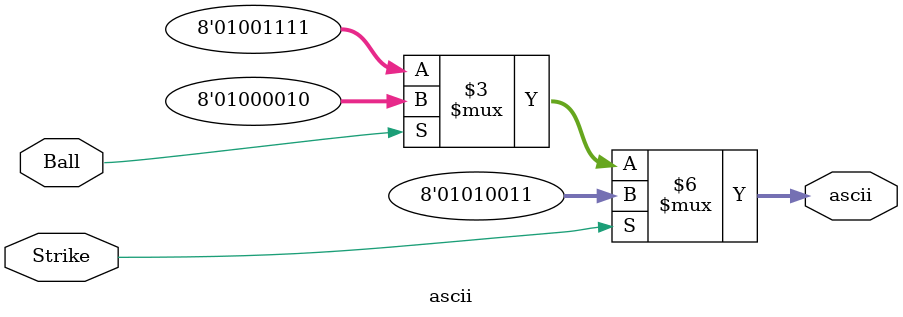
<source format=sv>
`timescale 1ns / 1ps

module ascii (
    input  logic       Strike,
    input  logic       Ball,
    output logic [7:0] ascii
);

    always_comb begin
        if (Strike) ascii <= 8'd83;  // 'S'
        else if (Ball) ascii <= 8'd66;  // 'B'
        else ascii <= 8'd79;  // 'O'
    end

endmodule

</source>
